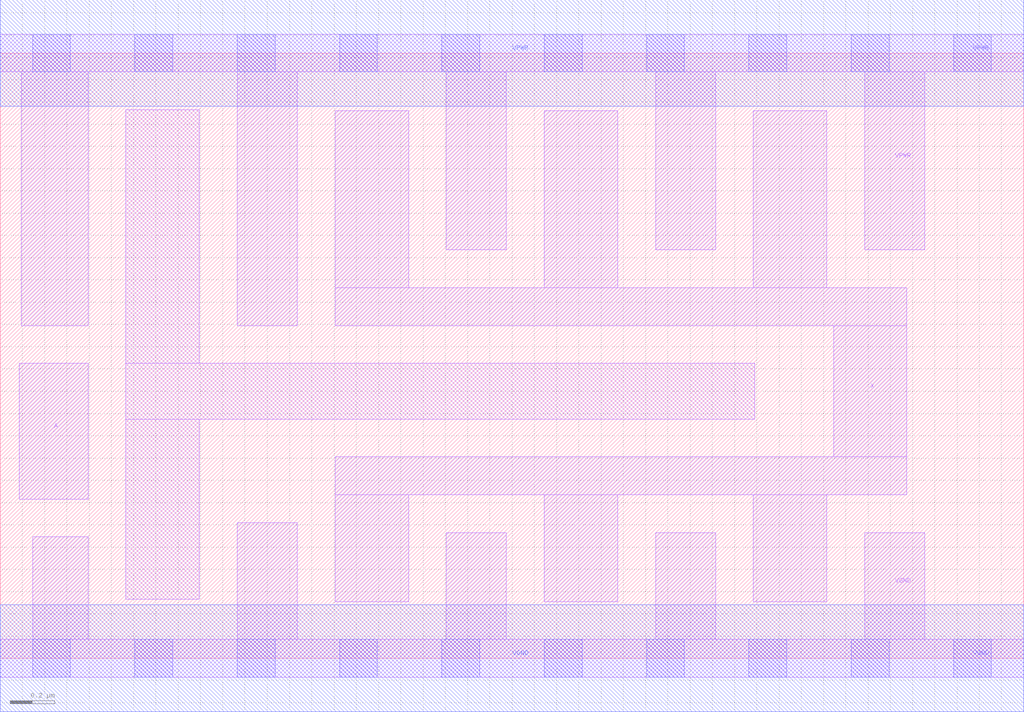
<source format=lef>
# Copyright 2020 The SkyWater PDK Authors
#
# Licensed under the Apache License, Version 2.0 (the "License");
# you may not use this file except in compliance with the License.
# You may obtain a copy of the License at
#
#     https://www.apache.org/licenses/LICENSE-2.0
#
# Unless required by applicable law or agreed to in writing, software
# distributed under the License is distributed on an "AS IS" BASIS,
# WITHOUT WARRANTIES OR CONDITIONS OF ANY KIND, either express or implied.
# See the License for the specific language governing permissions and
# limitations under the License.
#
# SPDX-License-Identifier: Apache-2.0

VERSION 5.7 ;
  NAMESCASESENSITIVE ON ;
  NOWIREEXTENSIONATPIN ON ;
  DIVIDERCHAR "/" ;
  BUSBITCHARS "[]" ;
UNITS
  DATABASE MICRONS 200 ;
END UNITS
PROPERTYDEFINITIONS
  MACRO maskLayoutSubType STRING ;
  MACRO prCellType STRING ;
  MACRO originalViewName STRING ;
END PROPERTYDEFINITIONS
MACRO sky130_fd_sc_hdll__clkbuf_6
  CLASS CORE ;
  FOREIGN sky130_fd_sc_hdll__clkbuf_6 ;
  ORIGIN  0.000000  0.000000 ;
  SIZE  4.600000 BY  2.720000 ;
  SYMMETRY X Y R90 ;
  SITE unithd ;
  PIN A
    ANTENNAGATEAREA  0.486000 ;
    DIRECTION INPUT ;
    USE SIGNAL ;
    PORT
      LAYER li1 ;
        RECT 0.085000 0.715000 0.395000 1.325000 ;
    END
  END A
  PIN VGND
    ANTENNADIFFAREA  0.724500 ;
    DIRECTION INOUT ;
    USE SIGNAL ;
    PORT
      LAYER li1 ;
        RECT 0.000000 -0.085000 4.600000 0.085000 ;
        RECT 0.145000  0.085000 0.395000 0.545000 ;
        RECT 1.065000  0.085000 1.335000 0.610000 ;
        RECT 2.005000  0.085000 2.275000 0.565000 ;
        RECT 2.945000  0.085000 3.215000 0.565000 ;
        RECT 3.885000  0.085000 4.155000 0.565000 ;
      LAYER mcon ;
        RECT 0.145000 -0.085000 0.315000 0.085000 ;
        RECT 0.605000 -0.085000 0.775000 0.085000 ;
        RECT 1.065000 -0.085000 1.235000 0.085000 ;
        RECT 1.525000 -0.085000 1.695000 0.085000 ;
        RECT 1.985000 -0.085000 2.155000 0.085000 ;
        RECT 2.445000 -0.085000 2.615000 0.085000 ;
        RECT 2.905000 -0.085000 3.075000 0.085000 ;
        RECT 3.365000 -0.085000 3.535000 0.085000 ;
        RECT 3.825000 -0.085000 3.995000 0.085000 ;
        RECT 4.285000 -0.085000 4.455000 0.085000 ;
      LAYER met1 ;
        RECT 0.000000 -0.240000 4.600000 0.240000 ;
    END
  END VGND
  PIN VPWR
    ANTENNADIFFAREA  1.410000 ;
    DIRECTION INOUT ;
    USE SIGNAL ;
    PORT
      LAYER li1 ;
        RECT 0.000000 2.635000 4.600000 2.805000 ;
        RECT 0.095000 1.495000 0.395000 2.635000 ;
        RECT 1.065000 1.495000 1.335000 2.635000 ;
        RECT 2.005000 1.835000 2.275000 2.635000 ;
        RECT 2.945000 1.835000 3.215000 2.635000 ;
        RECT 3.885000 1.835000 4.155000 2.635000 ;
      LAYER mcon ;
        RECT 0.145000 2.635000 0.315000 2.805000 ;
        RECT 0.605000 2.635000 0.775000 2.805000 ;
        RECT 1.065000 2.635000 1.235000 2.805000 ;
        RECT 1.525000 2.635000 1.695000 2.805000 ;
        RECT 1.985000 2.635000 2.155000 2.805000 ;
        RECT 2.445000 2.635000 2.615000 2.805000 ;
        RECT 2.905000 2.635000 3.075000 2.805000 ;
        RECT 3.365000 2.635000 3.535000 2.805000 ;
        RECT 3.825000 2.635000 3.995000 2.805000 ;
        RECT 4.285000 2.635000 4.455000 2.805000 ;
      LAYER met1 ;
        RECT 0.000000 2.480000 4.600000 2.960000 ;
    END
  END VPWR
  PIN X
    ANTENNADIFFAREA  1.212300 ;
    DIRECTION OUTPUT ;
    USE SIGNAL ;
    PORT
      LAYER li1 ;
        RECT 1.505000 0.255000 1.835000 0.735000 ;
        RECT 1.505000 0.735000 4.075000 0.905000 ;
        RECT 1.505000 1.495000 4.075000 1.665000 ;
        RECT 1.505000 1.665000 1.835000 2.460000 ;
        RECT 2.445000 0.255000 2.775000 0.735000 ;
        RECT 2.445000 1.665000 2.775000 2.460000 ;
        RECT 3.385000 0.255000 3.715000 0.735000 ;
        RECT 3.385000 1.665000 3.715000 2.460000 ;
        RECT 3.745000 0.905000 4.075000 1.495000 ;
    END
  END X
  OBS
    LAYER li1 ;
      RECT 0.565000 0.265000 0.895000 1.075000 ;
      RECT 0.565000 1.075000 3.390000 1.325000 ;
      RECT 0.565000 1.325000 0.895000 2.465000 ;
  END
  PROPERTY maskLayoutSubType "abstract" ;
  PROPERTY prCellType "standard" ;
  PROPERTY originalViewName "layout" ;
END sky130_fd_sc_hdll__clkbuf_6

</source>
